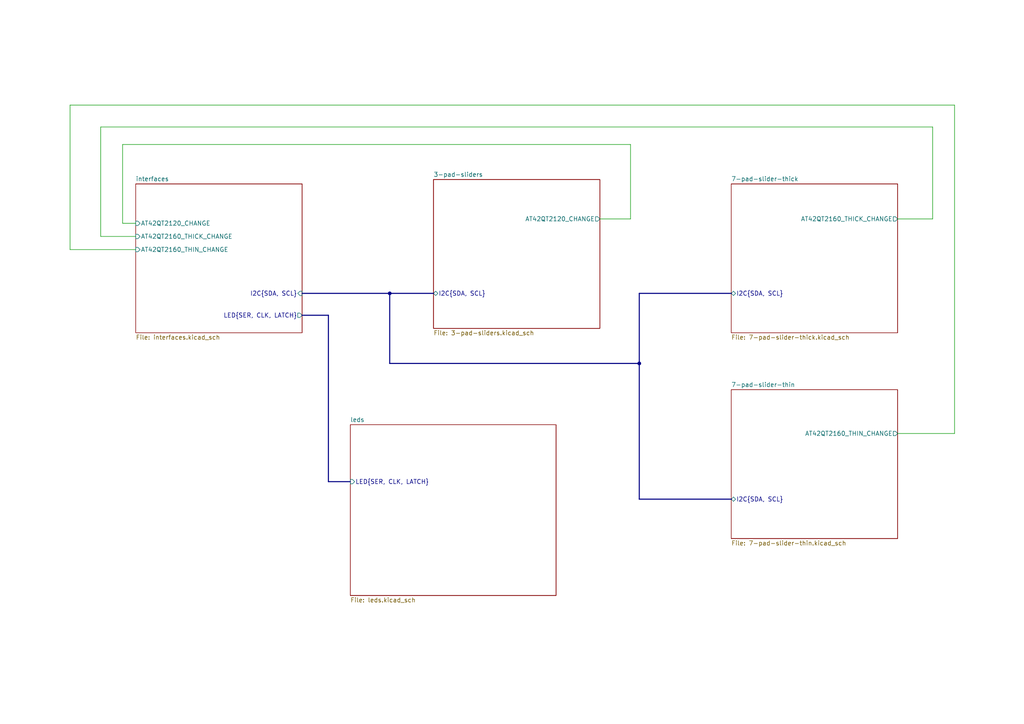
<source format=kicad_sch>
(kicad_sch
	(version 20231120)
	(generator "eeschema")
	(generator_version "8.0")
	(uuid "25808150-f7d6-484a-bc8a-d9b8f634c832")
	(paper "A4")
	(lib_symbols)
	(junction
		(at 113.03 85.09)
		(diameter 0)
		(color 0 0 0 0)
		(uuid "c7aa9424-7a29-4c38-b18b-93885c97549b")
	)
	(junction
		(at 185.42 105.41)
		(diameter 0)
		(color 0 0 0 0)
		(uuid "e6ceae19-c85b-4972-ba8c-8c0cfc273614")
	)
	(wire
		(pts
			(xy 270.51 36.83) (xy 29.21 36.83)
		)
		(stroke
			(width 0)
			(type default)
		)
		(uuid "11f38986-858c-444d-b823-69932bf6f229")
	)
	(bus
		(pts
			(xy 87.63 91.44) (xy 95.25 91.44)
		)
		(stroke
			(width 0)
			(type default)
		)
		(uuid "2109d1bd-e341-48fd-9e9f-fb3051ad0c92")
	)
	(wire
		(pts
			(xy 276.86 30.48) (xy 20.32 30.48)
		)
		(stroke
			(width 0)
			(type default)
		)
		(uuid "21fbf7fb-d638-44aa-9547-261ca20ba2ce")
	)
	(bus
		(pts
			(xy 113.03 85.09) (xy 125.73 85.09)
		)
		(stroke
			(width 0)
			(type default)
		)
		(uuid "22453146-f381-4cc7-b828-67346120a1b1")
	)
	(bus
		(pts
			(xy 87.63 85.09) (xy 113.03 85.09)
		)
		(stroke
			(width 0)
			(type default)
		)
		(uuid "295e2d3e-5e89-4e78-b4c3-d2ea6231fcc7")
	)
	(wire
		(pts
			(xy 182.88 41.91) (xy 182.88 63.5)
		)
		(stroke
			(width 0)
			(type default)
		)
		(uuid "2cb5b064-f133-4bba-9762-b1b532a8b574")
	)
	(bus
		(pts
			(xy 212.09 144.78) (xy 185.42 144.78)
		)
		(stroke
			(width 0)
			(type default)
		)
		(uuid "2fc578f3-3ef9-4e9c-af29-2e450779fe6e")
	)
	(bus
		(pts
			(xy 95.25 91.44) (xy 95.25 139.7)
		)
		(stroke
			(width 0)
			(type default)
		)
		(uuid "32726c50-97a8-4733-bd47-3d620619a3d5")
	)
	(wire
		(pts
			(xy 276.86 125.73) (xy 276.86 30.48)
		)
		(stroke
			(width 0)
			(type default)
		)
		(uuid "3d734254-21a5-4807-8afe-ec4b860085e0")
	)
	(wire
		(pts
			(xy 29.21 36.83) (xy 29.21 68.58)
		)
		(stroke
			(width 0)
			(type default)
		)
		(uuid "4ee6f543-441f-4fe5-a524-f4432bfb8fe5")
	)
	(wire
		(pts
			(xy 260.35 63.5) (xy 270.51 63.5)
		)
		(stroke
			(width 0)
			(type default)
		)
		(uuid "5043f777-65fc-4141-8c29-f620f35aadc1")
	)
	(bus
		(pts
			(xy 185.42 105.41) (xy 185.42 85.09)
		)
		(stroke
			(width 0)
			(type default)
		)
		(uuid "6d3e4562-8ee2-4597-ad7e-11b3ad7bf0c7")
	)
	(bus
		(pts
			(xy 185.42 144.78) (xy 185.42 105.41)
		)
		(stroke
			(width 0)
			(type default)
		)
		(uuid "73669454-8653-47b6-b463-a9b7ac3b78f7")
	)
	(wire
		(pts
			(xy 270.51 63.5) (xy 270.51 36.83)
		)
		(stroke
			(width 0)
			(type default)
		)
		(uuid "7c25e724-3c2b-4b80-95b0-2e678815ae78")
	)
	(bus
		(pts
			(xy 113.03 85.09) (xy 113.03 105.41)
		)
		(stroke
			(width 0)
			(type default)
		)
		(uuid "90312f83-a1b2-40a7-9a57-0bb2097e1317")
	)
	(bus
		(pts
			(xy 95.25 139.7) (xy 101.6 139.7)
		)
		(stroke
			(width 0)
			(type default)
		)
		(uuid "903676d2-11bc-4953-9c04-ed057e026d07")
	)
	(wire
		(pts
			(xy 173.99 63.5) (xy 182.88 63.5)
		)
		(stroke
			(width 0)
			(type default)
		)
		(uuid "981edd36-4796-4fa8-a019-18211bb94a39")
	)
	(bus
		(pts
			(xy 113.03 105.41) (xy 185.42 105.41)
		)
		(stroke
			(width 0)
			(type default)
		)
		(uuid "a9481a8e-6eaf-47c1-95d4-322f27f58802")
	)
	(wire
		(pts
			(xy 35.56 64.77) (xy 35.56 41.91)
		)
		(stroke
			(width 0)
			(type default)
		)
		(uuid "af7a54e5-c35d-438c-a934-12fcecdf4b79")
	)
	(wire
		(pts
			(xy 35.56 41.91) (xy 182.88 41.91)
		)
		(stroke
			(width 0)
			(type default)
		)
		(uuid "bc0057f9-9fda-48e4-9f6d-d2e4d6b99c7a")
	)
	(wire
		(pts
			(xy 260.35 125.73) (xy 276.86 125.73)
		)
		(stroke
			(width 0)
			(type default)
		)
		(uuid "bf57eac8-0164-4979-a17d-60caecf058d9")
	)
	(wire
		(pts
			(xy 20.32 72.39) (xy 39.37 72.39)
		)
		(stroke
			(width 0)
			(type default)
		)
		(uuid "c1607f12-5be1-47b2-9aa8-931afd4490df")
	)
	(wire
		(pts
			(xy 20.32 30.48) (xy 20.32 72.39)
		)
		(stroke
			(width 0)
			(type default)
		)
		(uuid "ddca4b31-066b-4ff2-8b79-28a452a67466")
	)
	(wire
		(pts
			(xy 29.21 68.58) (xy 39.37 68.58)
		)
		(stroke
			(width 0)
			(type default)
		)
		(uuid "e67413da-3475-4b8b-9ed7-fa492534c529")
	)
	(wire
		(pts
			(xy 39.37 64.77) (xy 35.56 64.77)
		)
		(stroke
			(width 0)
			(type default)
		)
		(uuid "f1ff56a0-5f15-493d-86f4-ded44d5cce23")
	)
	(bus
		(pts
			(xy 185.42 85.09) (xy 212.09 85.09)
		)
		(stroke
			(width 0)
			(type default)
		)
		(uuid "f7612487-b5aa-4d3d-841d-d6014023d2bc")
	)
	(sheet
		(at 212.09 113.03)
		(size 48.26 43.18)
		(fields_autoplaced yes)
		(stroke
			(width 0.1524)
			(type solid)
		)
		(fill
			(color 0 0 0 0.0000)
		)
		(uuid "285549ee-02c8-4503-96ce-a7322b02e880")
		(property "Sheetname" "7-pad-slider-thin"
			(at 212.09 112.3184 0)
			(effects
				(font
					(size 1.27 1.27)
				)
				(justify left bottom)
			)
		)
		(property "Sheetfile" "7-pad-slider-thin.kicad_sch"
			(at 212.09 156.7946 0)
			(effects
				(font
					(size 1.27 1.27)
				)
				(justify left top)
			)
		)
		(pin "I2C{SDA, SCL}" bidirectional
			(at 212.09 144.78 180)
			(effects
				(font
					(size 1.27 1.27)
				)
				(justify left)
			)
			(uuid "ab274e3b-e1b6-41ab-8a58-076c0c36820c")
		)
		(pin "AT42QT2160_THIN_CHANGE" output
			(at 260.35 125.73 0)
			(effects
				(font
					(size 1.27 1.27)
				)
				(justify right)
			)
			(uuid "89c3572f-e0c7-4c96-b227-894e177a4fca")
		)
		(instances
			(project "slider_rev_1_0"
				(path "/25808150-f7d6-484a-bc8a-d9b8f634c832"
					(page "5")
				)
			)
		)
	)
	(sheet
		(at 39.37 53.34)
		(size 48.26 43.18)
		(fields_autoplaced yes)
		(stroke
			(width 0.1524)
			(type solid)
		)
		(fill
			(color 0 0 0 0.0000)
		)
		(uuid "689e632d-4b53-462b-b2c2-95059b603cfc")
		(property "Sheetname" "interfaces"
			(at 39.37 52.6284 0)
			(effects
				(font
					(size 1.27 1.27)
				)
				(justify left bottom)
			)
		)
		(property "Sheetfile" "interfaces.kicad_sch"
			(at 39.37 97.1046 0)
			(effects
				(font
					(size 1.27 1.27)
				)
				(justify left top)
			)
		)
		(pin "I2C{SDA, SCL}" input
			(at 87.63 85.09 0)
			(effects
				(font
					(size 1.27 1.27)
				)
				(justify right)
			)
			(uuid "963a951f-7f54-47e3-8b8a-c80f37041cd9")
		)
		(pin "AT42QT2120_CHANGE" input
			(at 39.37 64.77 180)
			(effects
				(font
					(size 1.27 1.27)
				)
				(justify left)
			)
			(uuid "1695154e-bdef-44f7-8c3b-52686fe4afca")
		)
		(pin "AT42QT2160_THIN_CHANGE" input
			(at 39.37 72.39 180)
			(effects
				(font
					(size 1.27 1.27)
				)
				(justify left)
			)
			(uuid "1543b14a-e774-487b-8fea-cbf7ded96c6b")
		)
		(pin "AT42QT2160_THICK_CHANGE" input
			(at 39.37 68.58 180)
			(effects
				(font
					(size 1.27 1.27)
				)
				(justify left)
			)
			(uuid "20de43fa-261e-4bb6-8463-ad486fb31922")
		)
		(pin "LED{SER, CLK, LATCH}" output
			(at 87.63 91.44 0)
			(effects
				(font
					(size 1.27 1.27)
				)
				(justify right)
			)
			(uuid "0c7a9f74-195e-4449-b1d7-6e05f5356d17")
		)
		(instances
			(project "slider_rev_1_0"
				(path "/25808150-f7d6-484a-bc8a-d9b8f634c832"
					(page "4")
				)
			)
		)
	)
	(sheet
		(at 125.73 52.07)
		(size 48.26 43.18)
		(fields_autoplaced yes)
		(stroke
			(width 0.1524)
			(type solid)
		)
		(fill
			(color 0 0 0 0.0000)
		)
		(uuid "722cc308-0bbb-4cc3-afeb-6786a201bba2")
		(property "Sheetname" "3-pad-sliders"
			(at 125.73 51.3584 0)
			(effects
				(font
					(size 1.27 1.27)
				)
				(justify left bottom)
			)
		)
		(property "Sheetfile" "3-pad-sliders.kicad_sch"
			(at 125.73 95.8346 0)
			(effects
				(font
					(size 1.27 1.27)
				)
				(justify left top)
			)
		)
		(pin "I2C{SDA, SCL}" bidirectional
			(at 125.73 85.09 180)
			(effects
				(font
					(size 1.27 1.27)
				)
				(justify left)
			)
			(uuid "63b289bc-1fb1-4d0d-9259-4e38c628730e")
		)
		(pin "AT42QT2120_CHANGE" output
			(at 173.99 63.5 0)
			(effects
				(font
					(size 1.27 1.27)
				)
				(justify right)
			)
			(uuid "0a0d6be1-e5e7-493c-a040-de7d928569e9")
		)
		(instances
			(project "slider_rev_1_0"
				(path "/25808150-f7d6-484a-bc8a-d9b8f634c832"
					(page "2")
				)
			)
		)
	)
	(sheet
		(at 101.6 123.19)
		(size 59.69 49.53)
		(fields_autoplaced yes)
		(stroke
			(width 0.1524)
			(type solid)
		)
		(fill
			(color 0 0 0 0.0000)
		)
		(uuid "a4d4b3aa-fbac-40b2-abd9-9d63dd4e6a8d")
		(property "Sheetname" "leds"
			(at 101.6 122.4784 0)
			(effects
				(font
					(size 1.27 1.27)
				)
				(justify left bottom)
			)
		)
		(property "Sheetfile" "leds.kicad_sch"
			(at 101.6 173.3046 0)
			(effects
				(font
					(size 1.27 1.27)
				)
				(justify left top)
			)
		)
		(pin "LED{SER, CLK, LATCH}" input
			(at 101.6 139.7 180)
			(effects
				(font
					(size 1.27 1.27)
				)
				(justify left)
			)
			(uuid "57c2d4b1-d67b-4169-a6a1-8997e27a1f60")
		)
		(instances
			(project "slider_rev_1_0"
				(path "/25808150-f7d6-484a-bc8a-d9b8f634c832"
					(page "6")
				)
			)
		)
	)
	(sheet
		(at 212.09 53.34)
		(size 48.26 43.18)
		(fields_autoplaced yes)
		(stroke
			(width 0.1524)
			(type solid)
		)
		(fill
			(color 0 0 0 0.0000)
		)
		(uuid "e3378653-decd-4a56-b4d9-f0ff41b7f6c5")
		(property "Sheetname" "7-pad-slider-thick"
			(at 212.09 52.6284 0)
			(effects
				(font
					(size 1.27 1.27)
				)
				(justify left bottom)
			)
		)
		(property "Sheetfile" "7-pad-slider-thick.kicad_sch"
			(at 212.09 97.1046 0)
			(effects
				(font
					(size 1.27 1.27)
				)
				(justify left top)
			)
		)
		(pin "I2C{SDA, SCL}" bidirectional
			(at 212.09 85.09 180)
			(effects
				(font
					(size 1.27 1.27)
				)
				(justify left)
			)
			(uuid "a24d80fb-ca21-480e-b4ba-96b69661c88f")
		)
		(pin "AT42QT2160_THICK_CHANGE" output
			(at 260.35 63.5 0)
			(effects
				(font
					(size 1.27 1.27)
				)
				(justify right)
			)
			(uuid "544b753f-d6df-4a24-83fb-30448847888e")
		)
		(instances
			(project "slider_rev_1_0"
				(path "/25808150-f7d6-484a-bc8a-d9b8f634c832"
					(page "3")
				)
			)
		)
	)
	(sheet_instances
		(path "/"
			(page "1")
		)
	)
)

</source>
